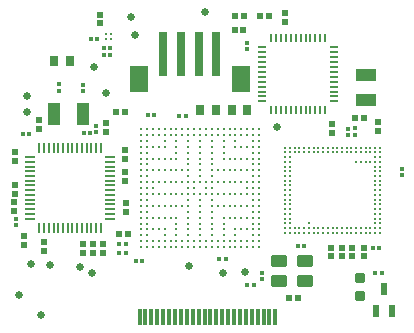
<source format=gbr>
G04*
G04 #@! TF.GenerationSoftware,Altium Limited,Altium Designer,24.6.1 (21)*
G04*
G04 Layer_Color=8421504*
%FSLAX44Y44*%
%MOMM*%
G71*
G04*
G04 #@! TF.SameCoordinates,46D9000B-954F-446C-B998-76B77EA3697B*
G04*
G04*
G04 #@! TF.FilePolarity,Positive*
G04*
G01*
G75*
%ADD21C,0.6350*%
G04:AMPARAMS|DCode=22|XSize=0.3048mm|YSize=0.3048mm|CornerRadius=0.0229mm|HoleSize=0mm|Usage=FLASHONLY|Rotation=180.000|XOffset=0mm|YOffset=0mm|HoleType=Round|Shape=RoundedRectangle|*
%AMROUNDEDRECTD22*
21,1,0.3048,0.2591,0,0,180.0*
21,1,0.2591,0.3048,0,0,180.0*
1,1,0.0457,-0.1295,0.1295*
1,1,0.0457,0.1295,0.1295*
1,1,0.0457,0.1295,-0.1295*
1,1,0.0457,-0.1295,-0.1295*
%
%ADD22ROUNDEDRECTD22*%
G04:AMPARAMS|DCode=23|XSize=0.8382mm|YSize=0.7112mm|CornerRadius=0.0711mm|HoleSize=0mm|Usage=FLASHONLY|Rotation=90.000|XOffset=0mm|YOffset=0mm|HoleType=Round|Shape=RoundedRectangle|*
%AMROUNDEDRECTD23*
21,1,0.8382,0.5690,0,0,90.0*
21,1,0.6960,0.7112,0,0,90.0*
1,1,0.1422,0.2845,0.3480*
1,1,0.1422,0.2845,-0.3480*
1,1,0.1422,-0.2845,-0.3480*
1,1,0.1422,-0.2845,0.3480*
%
%ADD23ROUNDEDRECTD23*%
G04:AMPARAMS|DCode=24|XSize=1.09mm|YSize=1.29mm|CornerRadius=0.1363mm|HoleSize=0mm|Usage=FLASHONLY|Rotation=90.000|XOffset=0mm|YOffset=0mm|HoleType=Round|Shape=RoundedRectangle|*
%AMROUNDEDRECTD24*
21,1,1.0900,1.0175,0,0,90.0*
21,1,0.8175,1.2900,0,0,90.0*
1,1,0.2725,0.5088,0.4088*
1,1,0.2725,0.5088,-0.4088*
1,1,0.2725,-0.5088,-0.4088*
1,1,0.2725,-0.5088,0.4088*
%
%ADD24ROUNDEDRECTD24*%
G04:AMPARAMS|DCode=25|XSize=0.4572mm|YSize=0.508mm|CornerRadius=0.0343mm|HoleSize=0mm|Usage=FLASHONLY|Rotation=180.000|XOffset=0mm|YOffset=0mm|HoleType=Round|Shape=RoundedRectangle|*
%AMROUNDEDRECTD25*
21,1,0.4572,0.4394,0,0,180.0*
21,1,0.3886,0.5080,0,0,180.0*
1,1,0.0686,-0.1943,0.2197*
1,1,0.0686,0.1943,0.2197*
1,1,0.0686,0.1943,-0.2197*
1,1,0.0686,-0.1943,-0.2197*
%
%ADD25ROUNDEDRECTD25*%
G04:AMPARAMS|DCode=26|XSize=0.508mm|YSize=0.4572mm|CornerRadius=0.0343mm|HoleSize=0mm|Usage=FLASHONLY|Rotation=180.000|XOffset=0mm|YOffset=0mm|HoleType=Round|Shape=RoundedRectangle|*
%AMROUNDEDRECTD26*
21,1,0.5080,0.3886,0,0,180.0*
21,1,0.4394,0.4572,0,0,180.0*
1,1,0.0686,-0.2197,0.1943*
1,1,0.0686,0.2197,0.1943*
1,1,0.0686,0.2197,-0.1943*
1,1,0.0686,-0.2197,-0.1943*
%
%ADD26ROUNDEDRECTD26*%
G04:AMPARAMS|DCode=27|XSize=0.3048mm|YSize=0.3048mm|CornerRadius=0.0229mm|HoleSize=0mm|Usage=FLASHONLY|Rotation=270.000|XOffset=0mm|YOffset=0mm|HoleType=Round|Shape=RoundedRectangle|*
%AMROUNDEDRECTD27*
21,1,0.3048,0.2591,0,0,270.0*
21,1,0.2591,0.3048,0,0,270.0*
1,1,0.0457,-0.1295,-0.1295*
1,1,0.0457,-0.1295,0.1295*
1,1,0.0457,0.1295,0.1295*
1,1,0.0457,0.1295,-0.1295*
%
%ADD27ROUNDEDRECTD27*%
%ADD28R,1.1000X1.9000*%
G04:AMPARAMS|DCode=29|XSize=0.4572mm|YSize=0.508mm|CornerRadius=0.0343mm|HoleSize=0mm|Usage=FLASHONLY|Rotation=270.000|XOffset=0mm|YOffset=0mm|HoleType=Round|Shape=RoundedRectangle|*
%AMROUNDEDRECTD29*
21,1,0.4572,0.4394,0,0,270.0*
21,1,0.3886,0.5080,0,0,270.0*
1,1,0.0686,-0.2197,-0.1943*
1,1,0.0686,-0.2197,0.1943*
1,1,0.0686,0.2197,0.1943*
1,1,0.0686,0.2197,-0.1943*
%
%ADD29ROUNDEDRECTD29*%
%ADD30R,0.2000X0.9000*%
%ADD31R,0.9000X0.2000*%
%ADD32C,0.2000*%
G04:AMPARAMS|DCode=33|XSize=0.508mm|YSize=0.4572mm|CornerRadius=0.0343mm|HoleSize=0mm|Usage=FLASHONLY|Rotation=90.000|XOffset=0mm|YOffset=0mm|HoleType=Round|Shape=RoundedRectangle|*
%AMROUNDEDRECTD33*
21,1,0.5080,0.3886,0,0,90.0*
21,1,0.4394,0.4572,0,0,90.0*
1,1,0.0686,0.1943,0.2197*
1,1,0.0686,0.1943,-0.2197*
1,1,0.0686,-0.1943,-0.2197*
1,1,0.0686,-0.1943,0.2197*
%
%ADD33ROUNDEDRECTD33*%
%ADD34R,0.5500X1.0000*%
%ADD35R,0.3000X1.4000*%
%ADD36R,0.7000X3.7000*%
%ADD37R,1.5000X2.3000*%
%ADD38C,0.2900*%
%ADD39R,1.7000X1.1000*%
%ADD40R,0.8000X0.2000*%
%ADD41R,0.2000X0.8000*%
G04:AMPARAMS|DCode=42|XSize=0.7874mm|YSize=0.8382mm|CornerRadius=0.0787mm|HoleSize=0mm|Usage=FLASHONLY|Rotation=0.000|XOffset=0mm|YOffset=0mm|HoleType=Round|Shape=RoundedRectangle|*
%AMROUNDEDRECTD42*
21,1,0.7874,0.6807,0,0,0.0*
21,1,0.6299,0.8382,0,0,0.0*
1,1,0.1575,0.3150,-0.3404*
1,1,0.1575,-0.3150,-0.3404*
1,1,0.1575,-0.3150,0.3404*
1,1,0.1575,0.3150,0.3404*
%
%ADD42ROUNDEDRECTD42*%
D21*
X84328Y189992D02*
D03*
X108966Y239522D02*
D03*
X105156Y254762D02*
D03*
X168148Y259080D02*
D03*
X228600Y161290D02*
D03*
X201676Y38608D02*
D03*
X183388Y37592D02*
D03*
X36576Y44958D02*
D03*
X28956Y2032D02*
D03*
X10414Y18796D02*
D03*
X20828Y45212D02*
D03*
X62230Y42672D02*
D03*
X72136Y37846D02*
D03*
X74168Y212344D02*
D03*
X154686Y43688D02*
D03*
X16764Y187960D02*
D03*
Y174244D02*
D03*
D22*
X43942Y197488D02*
D03*
Y192148D02*
D03*
X119759Y171196D02*
D03*
X125098D02*
D03*
X146174Y170688D02*
D03*
X151514D02*
D03*
X64770Y197234D02*
D03*
Y191894D02*
D03*
X75946Y162181D02*
D03*
Y156842D02*
D03*
X13841Y155448D02*
D03*
X19180D02*
D03*
X100714Y62484D02*
D03*
X95374D02*
D03*
X100714Y55118D02*
D03*
X95374D02*
D03*
X87760Y222250D02*
D03*
X82421D02*
D03*
X76329Y235712D02*
D03*
X70991D02*
D03*
X203708Y227454D02*
D03*
Y232794D02*
D03*
X310005Y58928D02*
D03*
X315343D02*
D03*
X312036Y38100D02*
D03*
X317376D02*
D03*
X215900Y32636D02*
D03*
Y37975D02*
D03*
X114937Y47752D02*
D03*
X109599D02*
D03*
D23*
X53340Y217170D02*
D03*
X40340D02*
D03*
X163934Y175514D02*
D03*
X176934D02*
D03*
X203350D02*
D03*
X190350D02*
D03*
D24*
X230908Y31478D02*
D03*
X252708Y48278D02*
D03*
X230908D02*
D03*
X252708Y31478D02*
D03*
D25*
X100015Y174244D02*
D03*
X92517D02*
D03*
X102301Y71120D02*
D03*
X94803D02*
D03*
X221935Y255016D02*
D03*
X214437D02*
D03*
X192847Y243840D02*
D03*
X200345D02*
D03*
X246573Y16764D02*
D03*
X239075D02*
D03*
X193101Y255778D02*
D03*
X200599D02*
D03*
D26*
X84074Y157033D02*
D03*
Y164531D02*
D03*
X100076Y134681D02*
D03*
Y142179D02*
D03*
X100838Y97221D02*
D03*
Y89723D02*
D03*
X79026Y249203D02*
D03*
Y256701D02*
D03*
X314452Y158303D02*
D03*
Y165801D02*
D03*
X275590Y156525D02*
D03*
Y164023D02*
D03*
X100330Y123129D02*
D03*
Y115631D02*
D03*
X302260Y59375D02*
D03*
Y51877D02*
D03*
X283464Y59375D02*
D03*
Y51877D02*
D03*
X274574Y59375D02*
D03*
Y51877D02*
D03*
X292608Y59375D02*
D03*
Y51877D02*
D03*
D27*
X65402Y156210D02*
D03*
X70742D02*
D03*
X87792Y228568D02*
D03*
X82452D02*
D03*
X294894Y160403D02*
D03*
Y155064D02*
D03*
X288798Y159895D02*
D03*
Y154557D02*
D03*
X246250Y60706D02*
D03*
X251590D02*
D03*
X8128Y83695D02*
D03*
Y78356D02*
D03*
X209172Y27686D02*
D03*
X203832D02*
D03*
X185296Y49276D02*
D03*
X179956D02*
D03*
X334264Y120774D02*
D03*
Y126114D02*
D03*
D28*
X39824Y172466D02*
D03*
X64824D02*
D03*
D29*
X27686Y167071D02*
D03*
Y159573D02*
D03*
X6858Y132395D02*
D03*
Y139893D02*
D03*
X14478Y61529D02*
D03*
Y69027D02*
D03*
X235204Y250251D02*
D03*
Y257749D02*
D03*
X72644Y54671D02*
D03*
Y62169D02*
D03*
X64516Y54671D02*
D03*
Y62169D02*
D03*
X31750Y56195D02*
D03*
Y63693D02*
D03*
X6858Y112207D02*
D03*
Y104709D02*
D03*
X5842Y98237D02*
D03*
Y90739D02*
D03*
X81534Y54671D02*
D03*
Y62169D02*
D03*
D30*
X79594Y143982D02*
D03*
X75594D02*
D03*
X71594D02*
D03*
X67594D02*
D03*
X63594D02*
D03*
X59594D02*
D03*
X55594D02*
D03*
X51594D02*
D03*
X47594D02*
D03*
X43594D02*
D03*
X39594D02*
D03*
X35594D02*
D03*
X31594D02*
D03*
X27594D02*
D03*
Y75982D02*
D03*
X31594D02*
D03*
X35594D02*
D03*
X39594D02*
D03*
X43594D02*
D03*
X47594D02*
D03*
X51594D02*
D03*
X55594D02*
D03*
X59594D02*
D03*
X63594D02*
D03*
X67594D02*
D03*
X71594D02*
D03*
X75594D02*
D03*
X79594D02*
D03*
D31*
X19594Y135982D02*
D03*
Y131982D02*
D03*
Y127982D02*
D03*
Y123982D02*
D03*
Y119982D02*
D03*
Y115982D02*
D03*
Y111982D02*
D03*
Y107982D02*
D03*
Y103982D02*
D03*
Y99982D02*
D03*
Y95982D02*
D03*
Y91982D02*
D03*
Y87982D02*
D03*
Y83982D02*
D03*
X87594D02*
D03*
Y87982D02*
D03*
Y91982D02*
D03*
Y95982D02*
D03*
Y99982D02*
D03*
Y103982D02*
D03*
Y107982D02*
D03*
Y111982D02*
D03*
Y115982D02*
D03*
Y119982D02*
D03*
Y123982D02*
D03*
Y127982D02*
D03*
Y131982D02*
D03*
Y135982D02*
D03*
D32*
X84392Y240220D02*
D03*
X88392D02*
D03*
X84392Y236220D02*
D03*
X88392D02*
D03*
X255844Y79950D02*
D03*
X307844Y131950D02*
D03*
X295844D02*
D03*
X299844D02*
D03*
X303844D02*
D03*
X235844Y135950D02*
D03*
Y107950D02*
D03*
Y115950D02*
D03*
Y127950D02*
D03*
Y139950D02*
D03*
Y143950D02*
D03*
X239844Y123950D02*
D03*
Y143950D02*
D03*
Y139950D02*
D03*
Y131950D02*
D03*
Y107950D02*
D03*
Y115950D02*
D03*
X247844Y143950D02*
D03*
Y139950D02*
D03*
X251844D02*
D03*
X255844Y143950D02*
D03*
Y139950D02*
D03*
X263844D02*
D03*
X235844Y71950D02*
D03*
Y99950D02*
D03*
Y91950D02*
D03*
Y87950D02*
D03*
Y83950D02*
D03*
Y79950D02*
D03*
Y75950D02*
D03*
X239844Y87950D02*
D03*
Y91950D02*
D03*
Y75950D02*
D03*
Y71950D02*
D03*
X247844D02*
D03*
Y75950D02*
D03*
X251844D02*
D03*
X255844Y71950D02*
D03*
Y75950D02*
D03*
X263844D02*
D03*
X267844Y71950D02*
D03*
Y143950D02*
D03*
X275844D02*
D03*
Y139950D02*
D03*
X279844Y143950D02*
D03*
Y139950D02*
D03*
X283844Y143950D02*
D03*
Y139950D02*
D03*
X287844Y143950D02*
D03*
Y139950D02*
D03*
X291844D02*
D03*
X295844D02*
D03*
X299844Y143950D02*
D03*
Y139950D02*
D03*
X303844Y143950D02*
D03*
Y139950D02*
D03*
X307844Y143950D02*
D03*
Y139950D02*
D03*
X311844Y143950D02*
D03*
Y139950D02*
D03*
Y135950D02*
D03*
Y131950D02*
D03*
Y127950D02*
D03*
X315844Y143950D02*
D03*
Y139950D02*
D03*
Y135950D02*
D03*
Y131950D02*
D03*
Y127950D02*
D03*
X275844Y71950D02*
D03*
Y75950D02*
D03*
X279844Y71950D02*
D03*
Y75950D02*
D03*
X283844D02*
D03*
Y71950D02*
D03*
X287844D02*
D03*
Y75950D02*
D03*
X291844D02*
D03*
Y71950D02*
D03*
X295844Y75950D02*
D03*
Y71950D02*
D03*
X299844D02*
D03*
Y75950D02*
D03*
X311844Y123950D02*
D03*
X315844D02*
D03*
Y115950D02*
D03*
X311844Y111950D02*
D03*
Y107950D02*
D03*
Y103950D02*
D03*
X315844D02*
D03*
Y95950D02*
D03*
X311844Y91950D02*
D03*
X315844Y87950D02*
D03*
X311844Y83950D02*
D03*
X315844D02*
D03*
X303844Y75950D02*
D03*
X307844D02*
D03*
X311844D02*
D03*
X315844D02*
D03*
X303844Y71950D02*
D03*
X307844D02*
D03*
X311844D02*
D03*
X315844D02*
D03*
Y79950D02*
D03*
X291844Y143950D02*
D03*
X295844D02*
D03*
X239844Y103950D02*
D03*
X311844Y79950D02*
D03*
Y87950D02*
D03*
Y95950D02*
D03*
Y99950D02*
D03*
Y115950D02*
D03*
Y119950D02*
D03*
X315844Y91950D02*
D03*
Y99950D02*
D03*
Y111950D02*
D03*
Y119950D02*
D03*
X259844Y143950D02*
D03*
Y139950D02*
D03*
Y71950D02*
D03*
Y75950D02*
D03*
X235844Y103950D02*
D03*
X239844Y99950D02*
D03*
X235844Y131950D02*
D03*
X239844Y135950D02*
D03*
X243844Y139950D02*
D03*
Y143950D02*
D03*
X263844D02*
D03*
X267844Y139950D02*
D03*
X271844D02*
D03*
Y143950D02*
D03*
X239844Y83950D02*
D03*
Y79950D02*
D03*
X243844Y75950D02*
D03*
Y71950D02*
D03*
X263844D02*
D03*
X267844Y75950D02*
D03*
X271844D02*
D03*
Y71950D02*
D03*
X251844Y143950D02*
D03*
Y71950D02*
D03*
X235844Y111950D02*
D03*
X239844D02*
D03*
Y127950D02*
D03*
X235844Y123950D02*
D03*
Y119950D02*
D03*
X239844D02*
D03*
Y95950D02*
D03*
X235844D02*
D03*
X315844Y107950D02*
D03*
D33*
X302199Y168656D02*
D03*
X294701D02*
D03*
D34*
X319278Y24486D02*
D03*
X325778Y5486D02*
D03*
X312778D02*
D03*
D35*
X157466Y762D02*
D03*
X152466D02*
D03*
X147466D02*
D03*
X142466D02*
D03*
X137466D02*
D03*
X132466D02*
D03*
X127466D02*
D03*
X122466D02*
D03*
X117466D02*
D03*
X112466D02*
D03*
X162466D02*
D03*
X167466D02*
D03*
X172466D02*
D03*
X177466D02*
D03*
X182466D02*
D03*
X187466D02*
D03*
X192466D02*
D03*
X197466D02*
D03*
X202466D02*
D03*
X207466D02*
D03*
X212466D02*
D03*
X217466D02*
D03*
X222466D02*
D03*
X227466D02*
D03*
D36*
X177574Y223266D02*
D03*
X162574D02*
D03*
X147574D02*
D03*
X132574D02*
D03*
D37*
X198074Y202266D02*
D03*
X112074D02*
D03*
D38*
X113670Y59742D02*
D03*
Y64742D02*
D03*
Y159742D02*
D03*
X118670Y59742D02*
D03*
Y64742D02*
D03*
X123670Y59742D02*
D03*
Y64742D02*
D03*
Y74742D02*
D03*
Y84742D02*
D03*
Y94742D02*
D03*
Y104742D02*
D03*
Y114742D02*
D03*
Y124742D02*
D03*
Y134742D02*
D03*
Y144742D02*
D03*
X128670Y59742D02*
D03*
Y64742D02*
D03*
X133670Y59742D02*
D03*
Y64742D02*
D03*
Y69742D02*
D03*
Y149742D02*
D03*
X138670Y59742D02*
D03*
Y64742D02*
D03*
Y154742D02*
D03*
Y159742D02*
D03*
X143670Y59742D02*
D03*
Y64742D02*
D03*
Y69742D02*
D03*
Y79742D02*
D03*
Y94742D02*
D03*
Y114742D02*
D03*
Y139742D02*
D03*
Y144742D02*
D03*
Y149742D02*
D03*
X148670Y64742D02*
D03*
Y94742D02*
D03*
Y104742D02*
D03*
Y114742D02*
D03*
Y124742D02*
D03*
Y154742D02*
D03*
X153670Y59742D02*
D03*
Y64742D02*
D03*
Y69742D02*
D03*
Y74742D02*
D03*
Y79742D02*
D03*
Y84742D02*
D03*
Y94742D02*
D03*
Y124742D02*
D03*
Y139742D02*
D03*
Y149742D02*
D03*
X158670Y59742D02*
D03*
Y64742D02*
D03*
Y109742D02*
D03*
X163670Y59742D02*
D03*
Y64742D02*
D03*
Y69742D02*
D03*
Y74742D02*
D03*
Y79742D02*
D03*
Y84742D02*
D03*
Y89742D02*
D03*
Y94742D02*
D03*
Y124742D02*
D03*
Y129742D02*
D03*
Y149742D02*
D03*
X168670Y59742D02*
D03*
Y64742D02*
D03*
Y109742D02*
D03*
X173670Y59742D02*
D03*
Y64742D02*
D03*
Y69742D02*
D03*
Y74742D02*
D03*
Y79742D02*
D03*
Y84742D02*
D03*
Y94742D02*
D03*
Y124742D02*
D03*
Y149742D02*
D03*
X178670Y64742D02*
D03*
Y94742D02*
D03*
Y104742D02*
D03*
Y114742D02*
D03*
Y124742D02*
D03*
X183670Y59742D02*
D03*
Y64742D02*
D03*
Y69742D02*
D03*
Y104742D02*
D03*
Y124742D02*
D03*
Y149742D02*
D03*
X193670Y69742D02*
D03*
Y149742D02*
D03*
X198670Y94742D02*
D03*
X203670Y74742D02*
D03*
Y84742D02*
D03*
Y94742D02*
D03*
Y104742D02*
D03*
Y114742D02*
D03*
Y124742D02*
D03*
Y134742D02*
D03*
Y144742D02*
D03*
X208670Y64742D02*
D03*
Y79742D02*
D03*
X213670Y59742D02*
D03*
Y79742D02*
D03*
Y159742D02*
D03*
X208670Y69742D02*
D03*
X213670Y64742D02*
D03*
X188670Y104742D02*
D03*
X198670Y114742D02*
D03*
X213670D02*
D03*
X188670Y134742D02*
D03*
X193670D02*
D03*
X208670D02*
D03*
X198670D02*
D03*
X203670Y109742D02*
D03*
X208670Y119742D02*
D03*
X198670Y84742D02*
D03*
X128670Y134742D02*
D03*
X133670D02*
D03*
X138670D02*
D03*
X113670Y129742D02*
D03*
X138670Y104742D02*
D03*
X123670Y109742D02*
D03*
X118670Y129742D02*
D03*
X113670Y144742D02*
D03*
X118670Y139742D02*
D03*
Y144742D02*
D03*
X113670Y134742D02*
D03*
X118670D02*
D03*
X113670Y139742D02*
D03*
Y104742D02*
D03*
X118670Y94742D02*
D03*
X113670Y99742D02*
D03*
X118670D02*
D03*
X113670Y94742D02*
D03*
Y89742D02*
D03*
X118670Y104742D02*
D03*
X128670Y124742D02*
D03*
X118670Y119742D02*
D03*
X163670Y144742D02*
D03*
X133670Y94742D02*
D03*
X128670Y104742D02*
D03*
X138670Y94742D02*
D03*
X133670Y104742D02*
D03*
X128670Y94742D02*
D03*
X193670D02*
D03*
X143670Y104742D02*
D03*
Y134742D02*
D03*
X153670Y129742D02*
D03*
Y134742D02*
D03*
X163670D02*
D03*
X173670Y129742D02*
D03*
Y134742D02*
D03*
X183670D02*
D03*
X213670Y84742D02*
D03*
X133670Y159742D02*
D03*
X198670Y104742D02*
D03*
X193670Y74742D02*
D03*
X198670Y64742D02*
D03*
X203670Y59742D02*
D03*
X198670D02*
D03*
Y74742D02*
D03*
X213670Y124742D02*
D03*
X208670D02*
D03*
X193670D02*
D03*
X188670D02*
D03*
X198670D02*
D03*
X188670Y114742D02*
D03*
X213670Y129742D02*
D03*
X208670D02*
D03*
X113670Y109742D02*
D03*
X118670Y114742D02*
D03*
X138670D02*
D03*
X133670D02*
D03*
X118670Y109742D02*
D03*
X113670Y114742D02*
D03*
Y119742D02*
D03*
X128670Y114742D02*
D03*
X133670Y124742D02*
D03*
X118670D02*
D03*
X138670D02*
D03*
X143670D02*
D03*
X118670Y69742D02*
D03*
Y79742D02*
D03*
X113670D02*
D03*
X128670Y74742D02*
D03*
X113670D02*
D03*
X133670D02*
D03*
Y84742D02*
D03*
X128670D02*
D03*
X113670D02*
D03*
X118670D02*
D03*
Y89742D02*
D03*
X113670Y69742D02*
D03*
X138670Y84742D02*
D03*
X118670Y74742D02*
D03*
X213670Y139742D02*
D03*
Y144742D02*
D03*
Y134742D02*
D03*
X208670Y139742D02*
D03*
X153670Y144742D02*
D03*
X128670Y154742D02*
D03*
X133670Y144742D02*
D03*
X128670Y159742D02*
D03*
X208670D02*
D03*
X203670Y154742D02*
D03*
X183670D02*
D03*
X188670Y159742D02*
D03*
X208670Y154742D02*
D03*
X178670D02*
D03*
X153670D02*
D03*
X173670Y144742D02*
D03*
Y139742D02*
D03*
X153670Y159742D02*
D03*
X148670D02*
D03*
X133670Y154742D02*
D03*
X183670Y139742D02*
D03*
X123670Y154742D02*
D03*
X128670Y144742D02*
D03*
X198670D02*
D03*
X183670D02*
D03*
X113670Y149742D02*
D03*
X143670Y159742D02*
D03*
Y154742D02*
D03*
X123670Y159742D02*
D03*
X193670Y144742D02*
D03*
X163670Y154742D02*
D03*
X158670D02*
D03*
X163670Y159742D02*
D03*
X158670D02*
D03*
X118670D02*
D03*
X163670Y139742D02*
D03*
X118670Y154742D02*
D03*
X113670D02*
D03*
X118670Y149742D02*
D03*
X208670Y89742D02*
D03*
Y94742D02*
D03*
Y104742D02*
D03*
Y109742D02*
D03*
X213670Y89742D02*
D03*
Y94742D02*
D03*
Y104742D02*
D03*
Y109742D02*
D03*
X208670Y99742D02*
D03*
X213670D02*
D03*
X188670Y59742D02*
D03*
X193670D02*
D03*
X188670Y64742D02*
D03*
X193670D02*
D03*
Y104742D02*
D03*
X208670Y114742D02*
D03*
X183670Y79742D02*
D03*
X188670Y84742D02*
D03*
X183670Y74742D02*
D03*
Y84742D02*
D03*
X153670Y99742D02*
D03*
Y104742D02*
D03*
Y109742D02*
D03*
Y114742D02*
D03*
Y119742D02*
D03*
X158670Y104742D02*
D03*
Y114742D02*
D03*
X163670Y99742D02*
D03*
Y104742D02*
D03*
Y114742D02*
D03*
Y119742D02*
D03*
X168670Y104742D02*
D03*
Y114742D02*
D03*
X173670Y99742D02*
D03*
Y104742D02*
D03*
Y109742D02*
D03*
Y114742D02*
D03*
Y119742D02*
D03*
X143670Y84742D02*
D03*
X153670Y89742D02*
D03*
X183670Y114742D02*
D03*
X188670Y94742D02*
D03*
X193670Y84742D02*
D03*
X208670Y74742D02*
D03*
X113670Y124742D02*
D03*
X213670Y69742D02*
D03*
Y74742D02*
D03*
X143670D02*
D03*
X173670Y89742D02*
D03*
X208670Y84742D02*
D03*
X193670Y114742D02*
D03*
X213670Y119742D02*
D03*
X183670Y94742D02*
D03*
X178670Y59742D02*
D03*
X203670Y64742D02*
D03*
X208670Y59742D02*
D03*
X193670Y159742D02*
D03*
X188670Y154742D02*
D03*
X168670D02*
D03*
Y159742D02*
D03*
X173670Y154742D02*
D03*
Y159742D02*
D03*
X178670D02*
D03*
X183670D02*
D03*
X198670Y154742D02*
D03*
X203670Y159742D02*
D03*
X198670D02*
D03*
X193670Y154742D02*
D03*
X208670Y144742D02*
D03*
X213670Y149742D02*
D03*
Y154742D02*
D03*
X208670Y149742D02*
D03*
X148670Y59742D02*
D03*
D39*
X303784Y184064D02*
D03*
Y205064D02*
D03*
D40*
X276791Y229108D02*
D03*
Y183134D02*
D03*
Y187314D02*
D03*
Y191493D02*
D03*
Y195672D02*
D03*
Y199852D02*
D03*
Y204032D02*
D03*
Y208211D02*
D03*
Y212390D02*
D03*
Y216569D02*
D03*
Y220749D02*
D03*
Y224929D02*
D03*
X216339Y183134D02*
D03*
Y229108D02*
D03*
Y224929D02*
D03*
Y220749D02*
D03*
Y216569D02*
D03*
Y212390D02*
D03*
Y208211D02*
D03*
Y204032D02*
D03*
Y199852D02*
D03*
Y195672D02*
D03*
Y191493D02*
D03*
Y187314D02*
D03*
D41*
X223705Y236474D02*
D03*
X269679D02*
D03*
X265499D02*
D03*
X261320D02*
D03*
X257141D02*
D03*
X252961D02*
D03*
X248781D02*
D03*
X244602D02*
D03*
X240423D02*
D03*
X236243D02*
D03*
X232064D02*
D03*
X227884D02*
D03*
X269679Y175768D02*
D03*
X223705D02*
D03*
X227884D02*
D03*
X232064D02*
D03*
X236243D02*
D03*
X240423D02*
D03*
X244602D02*
D03*
X248781D02*
D03*
X252961D02*
D03*
X257141D02*
D03*
X261320D02*
D03*
X265499D02*
D03*
D42*
X298958Y33911D02*
D03*
Y18412D02*
D03*
M02*

</source>
